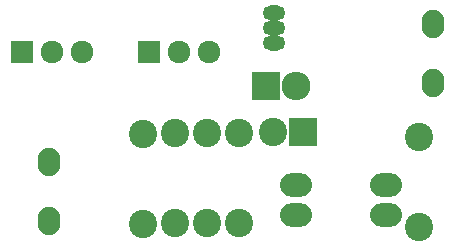
<source format=gbr>
G04 #@! TF.FileFunction,Soldermask,Top*
%FSLAX46Y46*%
G04 Gerber Fmt 4.6, Leading zero omitted, Abs format (unit mm)*
G04 Created by KiCad (PCBNEW 4.0.4-stable) date 11/28/16 12:37:25*
%MOMM*%
%LPD*%
G01*
G04 APERTURE LIST*
%ADD10C,0.100000*%
%ADD11O,2.700000X2.000000*%
%ADD12C,2.398980*%
%ADD13O,1.901140X1.299160*%
%ADD14O,1.900000X2.400000*%
%ADD15C,1.924000*%
%ADD16R,1.924000X1.924000*%
%ADD17R,2.400000X2.400000*%
%ADD18C,2.400000*%
%ADD19R,2.432000X2.432000*%
%ADD20O,2.432000X2.432000*%
G04 APERTURE END LIST*
D10*
D11*
X216750000Y-139800000D03*
X216750000Y-137260000D03*
X209130000Y-137260000D03*
X209130000Y-139800000D03*
D12*
X196200000Y-132900000D03*
X196200000Y-140520000D03*
X219550000Y-140800000D03*
X219550000Y-133180000D03*
X201600000Y-140500000D03*
X201600000Y-132880000D03*
X204300000Y-140500000D03*
X204300000Y-132880000D03*
D13*
X207300000Y-123970000D03*
X207300000Y-125240000D03*
X207300000Y-122700000D03*
D14*
X188250000Y-135300000D03*
X188250000Y-140300000D03*
X220700000Y-123600000D03*
X220700000Y-128600000D03*
D15*
X188500000Y-126000000D03*
X191040000Y-126000000D03*
D16*
X185960000Y-126000000D03*
D15*
X199200000Y-126000000D03*
X201740000Y-126000000D03*
D16*
X196660000Y-126000000D03*
D17*
X209700000Y-132800000D03*
D18*
X207160000Y-132800000D03*
D19*
X206600000Y-128850000D03*
D20*
X209140000Y-128850000D03*
D12*
X198900000Y-140500000D03*
X198900000Y-132880000D03*
M02*

</source>
